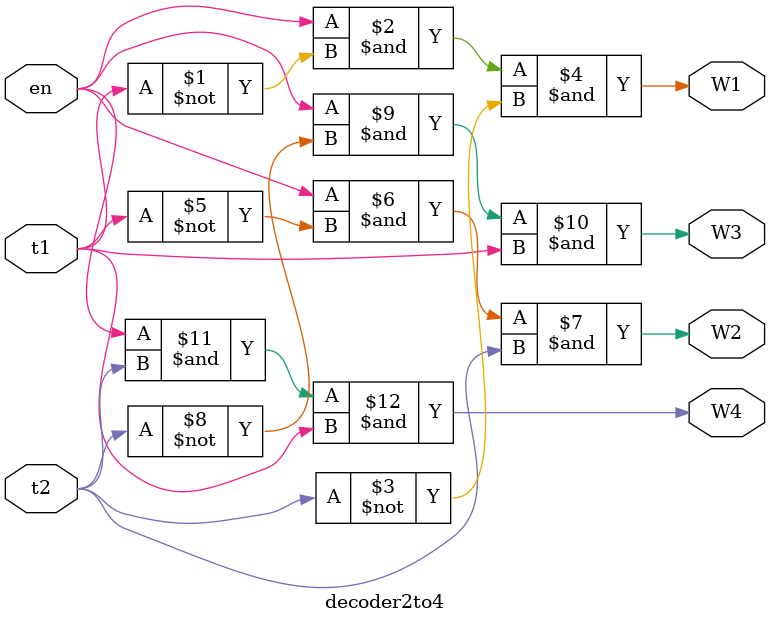
<source format=v>
module decoder2to4(t1,t2,en,W1,W2,W3,W4);

output W1, W2, W3, W4;
input t1, t2,en;  

assign W1 = (en&(~t1)&(~t2));
assign W2 = (en&(~t1)&t2);
assign W3 = (en&(~t2)&t1);
assign W4 = (en&t2&t1);

endmodule
</source>
